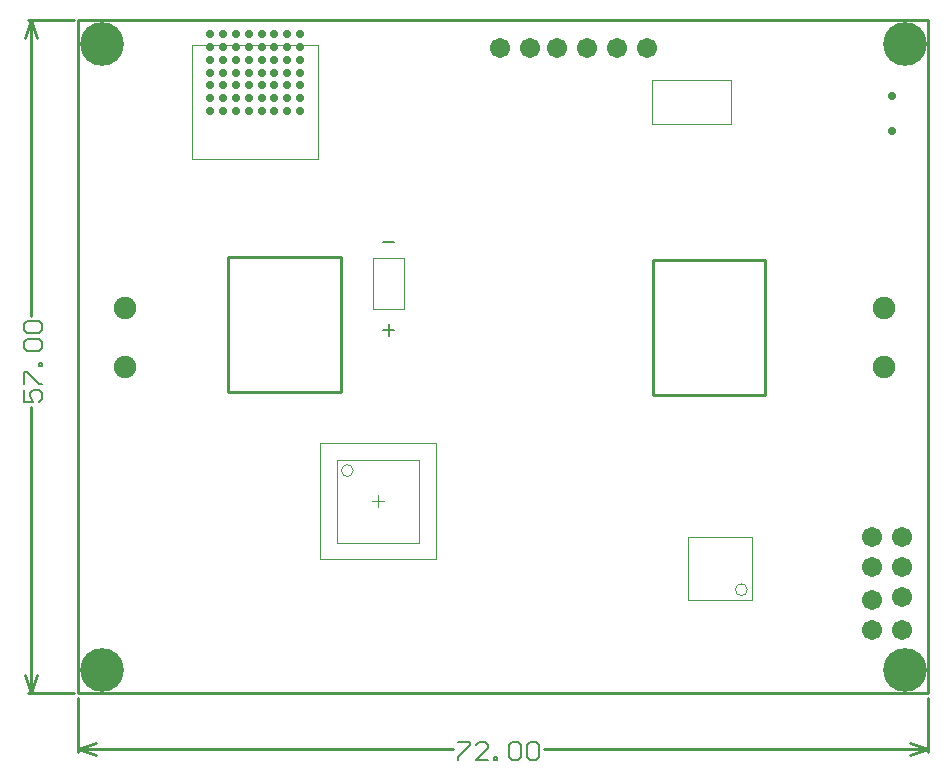
<source format=gbs>
G04*
G04 #@! TF.GenerationSoftware,Altium Limited,Altium Designer,20.0.13 (296)*
G04*
G04 Layer_Color=16711935*
%FSLAX24Y24*%
%MOIN*%
G70*
G01*
G75*
%ADD17C,0.0100*%
%ADD19C,0.0039*%
%ADD20C,0.0060*%
%ADD21C,0.0020*%
%ADD22C,0.0080*%
%ADD53C,0.0671*%
%ADD54C,0.0749*%
%ADD55C,0.1458*%
%ADD56C,0.0277*%
D17*
X0Y22441D02*
X28346D01*
X0Y0D02*
Y22441D01*
X28346D02*
X28346Y0D01*
X0D02*
X28346D01*
X5000Y10050D02*
X8750D01*
Y14550D01*
X5000Y10050D02*
Y14550D01*
X8750D01*
X19150Y14450D02*
X22900D01*
X19150Y11075D02*
Y13325D01*
X22900Y9950D02*
Y14450D01*
X19150Y9950D02*
X22900D01*
X19150Y13325D02*
Y14450D01*
Y9950D02*
Y11075D01*
X-1575Y22441D02*
X-1375Y21841D01*
X-1775D02*
X-1575Y22441D01*
X-1775Y600D02*
X-1575Y0D01*
X-1375Y600D01*
X-1575Y12570D02*
Y22441D01*
Y0D02*
Y9551D01*
X-1675Y22441D02*
X-150D01*
X-1675Y0D02*
X-150D01*
X0Y-1850D02*
X600Y-1650D01*
X0Y-1850D02*
X600Y-2050D01*
X27746D02*
X28346Y-1850D01*
X27746Y-1650D02*
X28346Y-1850D01*
X0D02*
X12504D01*
X15523D02*
X28346D01*
X0Y-1950D02*
Y-150D01*
X28346Y-1950D02*
Y-150D01*
D19*
X9173Y7424D02*
G03*
X9173Y7424I-197J0D01*
G01*
X22306Y3451D02*
G03*
X22306Y3451I-197J0D01*
G01*
X3804Y17815D02*
X7996D01*
X3804Y21615D02*
X7996D01*
X3804Y17815D02*
Y21615D01*
X7996Y17815D02*
Y21615D01*
X21759Y18972D02*
Y20428D01*
X19121Y18972D02*
Y20428D01*
X21759D01*
X19121Y18972D02*
X21759D01*
X8622Y5022D02*
Y7778D01*
X11378Y5022D02*
Y7778D01*
X8622D02*
X11378D01*
X8622Y5022D02*
X11378D01*
X20337Y5203D02*
X22463D01*
X20337Y3097D02*
X22463D01*
X20337D02*
Y5203D01*
X22463Y3097D02*
Y5203D01*
X10862Y12800D02*
Y14500D01*
X9838Y12800D02*
Y14500D01*
Y12800D02*
X10862D01*
X9838Y14500D02*
X10862D01*
X9803Y6400D02*
X10197D01*
X10000Y6203D02*
Y6597D01*
D20*
X-1815Y10111D02*
Y9711D01*
X-1515D01*
X-1615Y9911D01*
Y10011D01*
X-1515Y10111D01*
X-1315D01*
X-1215Y10011D01*
Y9811D01*
X-1315Y9711D01*
X-1815Y10311D02*
Y10711D01*
X-1715D01*
X-1315Y10311D01*
X-1215D01*
Y10911D02*
X-1315D01*
Y11010D01*
X-1215D01*
Y10911D01*
X-1715Y11410D02*
X-1815Y11510D01*
Y11710D01*
X-1715Y11810D01*
X-1315D01*
X-1215Y11710D01*
Y11510D01*
X-1315Y11410D01*
X-1715D01*
Y12010D02*
X-1815Y12110D01*
Y12310D01*
X-1715Y12410D01*
X-1315D01*
X-1215Y12310D01*
Y12110D01*
X-1315Y12010D01*
X-1715D01*
X12664Y-1610D02*
X13064D01*
Y-1710D01*
X12664Y-2110D01*
Y-2210D01*
X13663D02*
X13263D01*
X13663Y-1810D01*
Y-1710D01*
X13563Y-1610D01*
X13363D01*
X13263Y-1710D01*
X13863Y-2210D02*
Y-2110D01*
X13963D01*
Y-2210D01*
X13863D01*
X14363Y-1710D02*
X14463Y-1610D01*
X14663D01*
X14763Y-1710D01*
Y-2110D01*
X14663Y-2210D01*
X14463D01*
X14363Y-2110D01*
Y-1710D01*
X14963D02*
X15063Y-1610D01*
X15263D01*
X15363Y-1710D01*
Y-2110D01*
X15263Y-2210D01*
X15063D01*
X14963Y-2110D01*
Y-1710D01*
D21*
X8071Y4471D02*
Y8329D01*
X11929Y4471D02*
Y8329D01*
X8071D02*
X11929D01*
X8071Y4471D02*
X11929D01*
D22*
X10350Y11918D02*
Y12311D01*
X10153Y12115D02*
X10547D01*
X10153Y15028D02*
X10547D01*
D53*
X14050Y21500D02*
D03*
X15050D02*
D03*
X15971D02*
D03*
X16971D02*
D03*
X17971D02*
D03*
X18971D02*
D03*
X27450Y4200D02*
D03*
X26450Y5200D02*
D03*
X27450D02*
D03*
X26450Y4200D02*
D03*
Y3121D02*
D03*
X27450Y3200D02*
D03*
X26450Y2121D02*
D03*
X27450D02*
D03*
D54*
X1550Y12850D02*
D03*
Y10882D02*
D03*
X26850Y12850D02*
D03*
Y10882D02*
D03*
D55*
X787Y21654D02*
D03*
X27559D02*
D03*
Y787D02*
D03*
X787D02*
D03*
D56*
X27120Y19910D02*
D03*
Y18740D02*
D03*
X5263Y19407D02*
D03*
X5690D02*
D03*
X6117D02*
D03*
X4837D02*
D03*
X6970D02*
D03*
X7397D02*
D03*
X6543D02*
D03*
X5263Y19833D02*
D03*
X5690D02*
D03*
X6117D02*
D03*
X4837D02*
D03*
X6970D02*
D03*
X7397D02*
D03*
X6543D02*
D03*
X5263Y20260D02*
D03*
X5690D02*
D03*
X6117D02*
D03*
X4837D02*
D03*
X6970D02*
D03*
X7397D02*
D03*
X6543D02*
D03*
X5263Y20687D02*
D03*
X5690D02*
D03*
X6117D02*
D03*
X4837D02*
D03*
X6970D02*
D03*
X7397D02*
D03*
X6543D02*
D03*
X5263Y21113D02*
D03*
X5690D02*
D03*
X6117D02*
D03*
X4837D02*
D03*
X6970D02*
D03*
X7397D02*
D03*
X6543D02*
D03*
X5263Y21540D02*
D03*
X5690D02*
D03*
X6117D02*
D03*
X4837D02*
D03*
X6970D02*
D03*
X7397D02*
D03*
X6543D02*
D03*
Y21967D02*
D03*
X7397D02*
D03*
X6970D02*
D03*
X4837D02*
D03*
X6117D02*
D03*
X5690D02*
D03*
X5263D02*
D03*
X4410Y20260D02*
D03*
Y19833D02*
D03*
Y19407D02*
D03*
Y20687D02*
D03*
Y21113D02*
D03*
Y21540D02*
D03*
Y21967D02*
D03*
M02*

</source>
